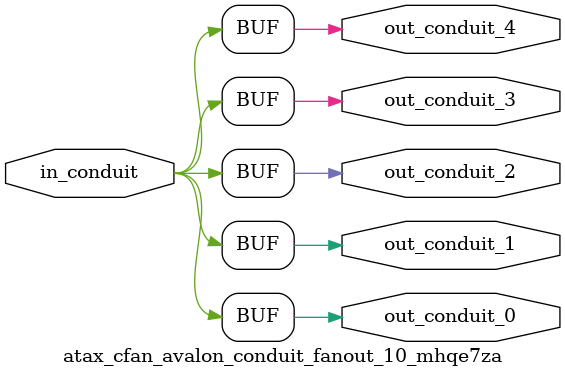
<source format=sv>


 


// --------------------------------------------------------------------------------
//| Avalon Conduit Fan-Out
// --------------------------------------------------------------------------------

// ------------------------------------------
// Generation parameters:
//   output_name:       atax_cfan_avalon_conduit_fanout_10_mhqe7za
//   numFanOut:         5
//   
// ------------------------------------------

module atax_cfan_avalon_conduit_fanout_10_mhqe7za (     

// Interface: out_conduit_0
 output                    out_conduit_0,
// Interface: out_conduit_1
 output                    out_conduit_1,
// Interface: out_conduit_2
 output                    out_conduit_2,
// Interface: out_conduit_3
 output                    out_conduit_3,
// Interface: out_conduit_4
 output                    out_conduit_4,

// Interface: in_conduit
 input                   in_conduit

);

   assign  out_conduit_0 = in_conduit;
   assign  out_conduit_1 = in_conduit;
   assign  out_conduit_2 = in_conduit;
   assign  out_conduit_3 = in_conduit;
   assign  out_conduit_4 = in_conduit;

endmodule //


</source>
